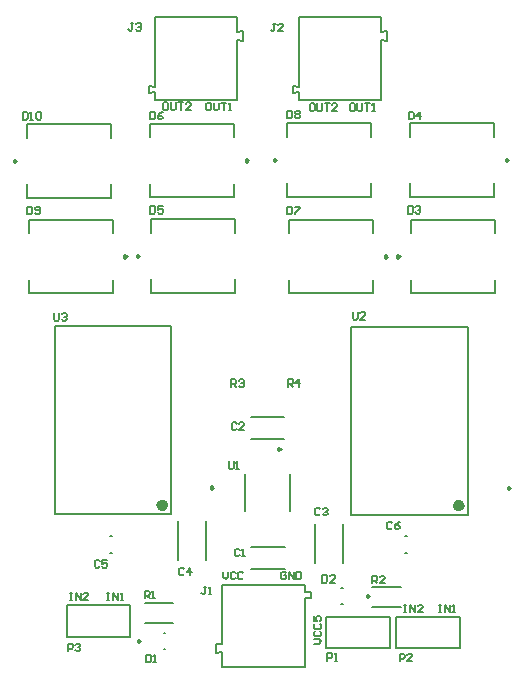
<source format=gto>
G04*
G04 #@! TF.GenerationSoftware,Altium Limited,Altium Designer,23.10.1 (27)*
G04*
G04 Layer_Color=65535*
%FSLAX25Y25*%
%MOIN*%
G70*
G04*
G04 #@! TF.SameCoordinates,BE9A1C7D-6EBF-47CB-866B-E429BD166B13*
G04*
G04*
G04 #@! TF.FilePolarity,Positive*
G04*
G01*
G75*
%ADD10C,0.00984*%
%ADD11C,0.01968*%
%ADD12C,0.00787*%
%ADD13C,0.00500*%
D10*
X93851Y173500D02*
X93113Y173926D01*
Y173074D01*
X93851Y173500D01*
X44001Y141400D02*
X43263Y141826D01*
Y140974D01*
X44001Y141400D01*
X124854Y28100D02*
X124115Y28526D01*
Y27674D01*
X124854Y28100D01*
X48431Y13200D02*
X47692Y13626D01*
Y12774D01*
X48431Y13200D01*
X171774Y64100D02*
X171036Y64526D01*
Y63674D01*
X171774Y64100D01*
X72874Y64300D02*
X72136Y64726D01*
Y63874D01*
X72874Y64300D01*
X171201Y173500D02*
X170463Y173926D01*
Y173074D01*
X171201Y173500D01*
X84533Y173400D02*
X83795Y173826D01*
Y172974D01*
X84533Y173400D01*
X7183Y173200D02*
X6445Y173626D01*
Y172774D01*
X7183Y173200D01*
X134984Y141400D02*
X134245Y141826D01*
Y140974D01*
X134984Y141400D01*
X130701Y141300D02*
X129963Y141726D01*
Y140874D01*
X130701Y141300D01*
X48283Y141500D02*
X47545Y141926D01*
Y141074D01*
X48283Y141500D01*
X95331Y77086D02*
X94592Y77513D01*
Y76660D01*
X95331Y77086D01*
D11*
X155713Y58254D02*
X155221Y59106D01*
X154237D01*
X153745Y58254D01*
X154237Y57401D01*
X155221D01*
X155713Y58254D01*
X56813Y58454D02*
X56321Y59306D01*
X55337D01*
X54845Y58454D01*
X55337Y57601D01*
X56321D01*
X56813Y58454D01*
D12*
X97572Y185744D02*
X125564D01*
Y161256D02*
Y165724D01*
Y181276D02*
Y185744D01*
X97572Y161256D02*
X125564D01*
X97572D02*
Y165724D01*
Y181276D02*
Y185744D01*
X39296Y129156D02*
Y133624D01*
Y149176D02*
Y153644D01*
X11304D02*
X39296D01*
X11304Y129156D02*
Y133624D01*
Y149176D02*
Y153644D01*
Y129156D02*
X39296D01*
X125894Y31270D02*
X135390D01*
X125894Y24530D02*
X135390D01*
X115405Y30757D02*
X115995D01*
X115405Y25442D02*
X115995D01*
X56305Y10543D02*
X56895D01*
X56305Y15857D02*
X56895D01*
X133909Y10705D02*
Y21295D01*
Y10705D02*
X155091D01*
Y21295D01*
X133909D02*
X155091D01*
X157682Y55301D02*
Y117899D01*
X118918D02*
X157682D01*
X118918Y55301D02*
Y117899D01*
Y55301D02*
X157682D01*
X136805Y48254D02*
X137395D01*
X136805Y42546D02*
X137395D01*
X38505Y48254D02*
X39095D01*
X38505Y42546D02*
X39095D01*
X20018Y55501D02*
X58782D01*
X20018D02*
Y118099D01*
X58782D01*
Y55501D02*
Y118099D01*
X73862Y12280D02*
X75836Y12006D01*
X75831Y12004D02*
Y31886D01*
X73862Y9137D02*
X75831Y9445D01*
X73862Y9137D02*
Y12280D01*
X103390Y4327D02*
Y27555D01*
Y29327D02*
Y31886D01*
X75831Y4327D02*
X103390D01*
X75831D02*
Y9445D01*
Y31886D02*
X103390D01*
X105358Y27358D02*
Y29524D01*
X103390Y29327D02*
X105359Y29520D01*
X103390Y27555D02*
X105359Y27362D01*
X24009Y14405D02*
Y24995D01*
Y14405D02*
X45191D01*
Y24995D01*
X24009D02*
X45191D01*
X166496Y161256D02*
Y165724D01*
Y181276D02*
Y185744D01*
X138504D02*
X166496D01*
X138504Y161256D02*
Y165724D01*
Y181276D02*
Y185744D01*
Y161256D02*
X166496D01*
X79828Y161156D02*
Y165624D01*
Y181176D02*
Y185644D01*
X51836D02*
X79828D01*
X51836Y161156D02*
Y165624D01*
Y181176D02*
Y185644D01*
Y161156D02*
X79828D01*
X10904Y185444D02*
X38896D01*
Y160956D02*
Y165424D01*
Y180976D02*
Y185444D01*
X10904Y160956D02*
X38896D01*
X10904D02*
Y165424D01*
Y180976D02*
Y185444D01*
X131791Y10705D02*
Y21295D01*
X110609D02*
X131791D01*
X110609Y10705D02*
Y21295D01*
Y10705D02*
X131791D01*
X50104Y25970D02*
X59601D01*
X50104Y19230D02*
X59601D01*
X61262Y40192D02*
Y53208D01*
X70538Y40192D02*
Y53208D01*
X116038Y39292D02*
Y52308D01*
X106762Y39292D02*
Y52308D01*
X138704Y149176D02*
Y153644D01*
Y129156D02*
Y133624D01*
Y129156D02*
X166696D01*
Y149176D02*
Y153644D01*
Y129156D02*
Y133624D01*
X138704Y153644D02*
X166696D01*
X125996Y129056D02*
Y133524D01*
Y149076D02*
Y153544D01*
X98004D02*
X125996D01*
X98004Y129056D02*
Y133524D01*
Y149076D02*
Y153544D01*
Y129056D02*
X125996D01*
X52004Y149276D02*
Y153744D01*
Y129256D02*
Y133724D01*
Y129256D02*
X79996D01*
Y149276D02*
Y153744D01*
Y129256D02*
Y133724D01*
X52004Y153744D02*
X79996D01*
X85605Y44367D02*
X96677D01*
X85605Y37233D02*
X96677D01*
X85464Y87767D02*
X96536D01*
X85464Y80633D02*
X96536D01*
X128885Y213494D02*
X130858Y213220D01*
X128890Y193614D02*
Y213496D01*
Y216055D02*
X130858Y216363D01*
Y213220D02*
Y216363D01*
X101331Y197945D02*
Y221173D01*
Y193614D02*
Y196173D01*
Y221173D02*
X128890D01*
Y216055D02*
Y221173D01*
X101331Y193614D02*
X128890D01*
X99362Y195976D02*
Y198142D01*
X99362Y195980D02*
X101331Y196173D01*
X99362Y198138D02*
X101331Y197945D01*
X80885Y213494D02*
X82858Y213220D01*
X80890Y193614D02*
Y213496D01*
Y216055D02*
X82858Y216363D01*
Y213220D02*
Y216363D01*
X53331Y197945D02*
Y221173D01*
Y193614D02*
Y196173D01*
Y221173D02*
X80890D01*
Y216055D02*
Y221173D01*
X53331Y193614D02*
X80890D01*
X51362Y195976D02*
Y198142D01*
X51362Y195980D02*
X53331Y196173D01*
X51362Y198138D02*
X53331Y197945D01*
X83598Y56598D02*
Y68802D01*
X98402Y56598D02*
Y68802D01*
D13*
X76200Y36299D02*
Y34633D01*
X77033Y33800D01*
X77866Y34633D01*
Y36299D01*
X80365Y35883D02*
X79949Y36299D01*
X79116D01*
X78699Y35883D01*
Y34216D01*
X79116Y33800D01*
X79949D01*
X80365Y34216D01*
X82864Y35883D02*
X82448Y36299D01*
X81615D01*
X81198Y35883D01*
Y34216D01*
X81615Y33800D01*
X82448D01*
X82864Y34216D01*
X106250Y192399D02*
X105417D01*
X105000Y191983D01*
Y190316D01*
X105417Y189900D01*
X106250D01*
X106666Y190316D01*
Y191983D01*
X106250Y192399D01*
X107499D02*
Y190316D01*
X107916Y189900D01*
X108749D01*
X109165Y190316D01*
Y192399D01*
X109998D02*
X111664D01*
X110831D01*
Y189900D01*
X114164D02*
X112498D01*
X114164Y191566D01*
Y191983D01*
X113747Y192399D01*
X112914D01*
X112498Y191983D01*
X119650Y192399D02*
X118816D01*
X118400Y191983D01*
Y190316D01*
X118816Y189900D01*
X119650D01*
X120066Y190316D01*
Y191983D01*
X119650Y192399D01*
X120899D02*
Y190316D01*
X121316Y189900D01*
X122149D01*
X122565Y190316D01*
Y192399D01*
X123398D02*
X125065D01*
X124231D01*
Y189900D01*
X125898D02*
X126731D01*
X126314D01*
Y192399D01*
X125898Y191983D01*
X57450Y192699D02*
X56616D01*
X56200Y192283D01*
Y190617D01*
X56616Y190200D01*
X57450D01*
X57866Y190617D01*
Y192283D01*
X57450Y192699D01*
X58699D02*
Y190617D01*
X59116Y190200D01*
X59949D01*
X60365Y190617D01*
Y192699D01*
X61198D02*
X62865D01*
X62031D01*
Y190200D01*
X65364D02*
X63698D01*
X65364Y191866D01*
Y192283D01*
X64947Y192699D01*
X64114D01*
X63698Y192283D01*
X71750Y192599D02*
X70916D01*
X70500Y192183D01*
Y190516D01*
X70916Y190100D01*
X71750D01*
X72166Y190516D01*
Y192183D01*
X71750Y192599D01*
X72999D02*
Y190516D01*
X73416Y190100D01*
X74249D01*
X74665Y190516D01*
Y192599D01*
X75498D02*
X77165D01*
X76331D01*
Y190100D01*
X77998D02*
X78831D01*
X78414D01*
Y192599D01*
X77998Y192183D01*
X97166Y35883D02*
X96750Y36299D01*
X95916D01*
X95500Y35883D01*
Y34216D01*
X95916Y33800D01*
X96750D01*
X97166Y34216D01*
Y35050D01*
X96333D01*
X97999Y33800D02*
Y36299D01*
X99665Y33800D01*
Y36299D01*
X100498D02*
Y33800D01*
X101748D01*
X102164Y34216D01*
Y35883D01*
X101748Y36299D01*
X100498D01*
X106301Y12200D02*
X107967D01*
X108800Y13033D01*
X107967Y13866D01*
X106301D01*
X106717Y16365D02*
X106301Y15949D01*
Y15116D01*
X106717Y14699D01*
X108384D01*
X108800Y15116D01*
Y15949D01*
X108384Y16365D01*
X106717Y18865D02*
X106301Y18448D01*
Y17615D01*
X106717Y17198D01*
X108384D01*
X108800Y17615D01*
Y18448D01*
X108384Y18865D01*
X106301Y21364D02*
Y19698D01*
X107550D01*
X107134Y20531D01*
Y20947D01*
X107550Y21364D01*
X108384D01*
X108800Y20947D01*
Y20114D01*
X108384Y19698D01*
X136400Y25199D02*
X137233D01*
X136817D01*
Y22700D01*
X136400D01*
X137233D01*
X138483D02*
Y25199D01*
X140149Y22700D01*
Y25199D01*
X142648Y22700D02*
X140982D01*
X142648Y24366D01*
Y24783D01*
X142231Y25199D01*
X141398D01*
X140982Y24783D01*
X148000Y25199D02*
X148833D01*
X148416D01*
Y22700D01*
X148000D01*
X148833D01*
X150083D02*
Y25199D01*
X151749Y22700D01*
Y25199D01*
X152582Y22700D02*
X153415D01*
X152998D01*
Y25199D01*
X152582Y24783D01*
X25000Y29199D02*
X25833D01*
X25416D01*
Y26700D01*
X25000D01*
X25833D01*
X27083D02*
Y29199D01*
X28749Y26700D01*
Y29199D01*
X31248Y26700D02*
X29582D01*
X31248Y28366D01*
Y28783D01*
X30832Y29199D01*
X29998D01*
X29582Y28783D01*
X37400Y29299D02*
X38233D01*
X37817D01*
Y26800D01*
X37400D01*
X38233D01*
X39483D02*
Y29299D01*
X41149Y26800D01*
Y29299D01*
X41982Y26800D02*
X42815D01*
X42398D01*
Y29299D01*
X41982Y28883D01*
X109283Y35150D02*
Y32650D01*
X110533D01*
X110950Y33067D01*
Y34733D01*
X110533Y35150D01*
X109283D01*
X113449Y32650D02*
X111783D01*
X113449Y34317D01*
Y34733D01*
X113032Y35150D01*
X112199D01*
X111783Y34733D01*
X50434Y8650D02*
Y6150D01*
X51683D01*
X52100Y6567D01*
Y8233D01*
X51683Y8650D01*
X50434D01*
X52933Y6150D02*
X53766D01*
X53350D01*
Y8650D01*
X52933Y8233D01*
X125859Y32350D02*
Y34850D01*
X127109D01*
X127526Y34433D01*
Y33600D01*
X127109Y33184D01*
X125859D01*
X126692D02*
X127526Y32350D01*
X130025D02*
X128359D01*
X130025Y34016D01*
Y34433D01*
X129608Y34850D01*
X128775D01*
X128359Y34433D01*
X49991Y27450D02*
Y29950D01*
X51240D01*
X51657Y29533D01*
Y28700D01*
X51240Y28284D01*
X49991D01*
X50824D02*
X51657Y27450D01*
X52490D02*
X53323D01*
X52906D01*
Y29950D01*
X52490Y29533D01*
X119317Y122750D02*
Y120667D01*
X119734Y120250D01*
X120567D01*
X120984Y120667D01*
Y122750D01*
X123483Y120250D02*
X121817D01*
X123483Y121916D01*
Y122333D01*
X123066Y122750D01*
X122233D01*
X121817Y122333D01*
X132483Y52533D02*
X132067Y52950D01*
X131234D01*
X130817Y52533D01*
Y50867D01*
X131234Y50450D01*
X132067D01*
X132483Y50867D01*
X134983Y52950D02*
X134150Y52533D01*
X133317Y51700D01*
Y50867D01*
X133733Y50450D01*
X134566D01*
X134983Y50867D01*
Y51284D01*
X134566Y51700D01*
X133317D01*
X34984Y39733D02*
X34567Y40150D01*
X33734D01*
X33317Y39733D01*
Y38067D01*
X33734Y37650D01*
X34567D01*
X34984Y38067D01*
X37483Y40150D02*
X35816D01*
Y38900D01*
X36650Y39316D01*
X37066D01*
X37483Y38900D01*
Y38067D01*
X37066Y37650D01*
X36233D01*
X35816Y38067D01*
X97617Y189950D02*
Y187450D01*
X98867D01*
X99283Y187867D01*
Y189533D01*
X98867Y189950D01*
X97617D01*
X100117Y189533D02*
X100533Y189950D01*
X101366D01*
X101783Y189533D01*
Y189117D01*
X101366Y188700D01*
X101783Y188284D01*
Y187867D01*
X101366Y187450D01*
X100533D01*
X100117Y187867D01*
Y188284D01*
X100533Y188700D01*
X100117Y189117D01*
Y189533D01*
X100533Y188700D02*
X101366D01*
X10917Y157950D02*
Y155450D01*
X12167D01*
X12584Y155867D01*
Y157533D01*
X12167Y157950D01*
X10917D01*
X13417Y155867D02*
X13833Y155450D01*
X14666D01*
X15083Y155867D01*
Y157533D01*
X14666Y157950D01*
X13833D01*
X13417Y157533D01*
Y157116D01*
X13833Y156700D01*
X15083D01*
X110934Y6650D02*
Y9150D01*
X112183D01*
X112600Y8733D01*
Y7900D01*
X112183Y7484D01*
X110934D01*
X113433Y6650D02*
X114266D01*
X113850D01*
Y9150D01*
X113433Y8733D01*
X78034Y73050D02*
Y70967D01*
X78450Y70550D01*
X79283D01*
X79700Y70967D01*
Y73050D01*
X80533Y70550D02*
X81366D01*
X80950D01*
Y73050D01*
X80533Y72633D01*
X78917Y97850D02*
Y100350D01*
X80167D01*
X80584Y99933D01*
Y99100D01*
X80167Y98684D01*
X78917D01*
X79750D02*
X80584Y97850D01*
X81416Y99933D02*
X81833Y100350D01*
X82666D01*
X83083Y99933D01*
Y99516D01*
X82666Y99100D01*
X82250D01*
X82666D01*
X83083Y98684D01*
Y98267D01*
X82666Y97850D01*
X81833D01*
X81416Y98267D01*
X19817Y122450D02*
Y120367D01*
X20234Y119950D01*
X21067D01*
X21484Y120367D01*
Y122450D01*
X22317Y122033D02*
X22733Y122450D01*
X23566D01*
X23983Y122033D01*
Y121616D01*
X23566Y121200D01*
X23150D01*
X23566D01*
X23983Y120783D01*
Y120367D01*
X23566Y119950D01*
X22733D01*
X22317Y120367D01*
X97717Y97950D02*
Y100450D01*
X98967D01*
X99383Y100033D01*
Y99200D01*
X98967Y98783D01*
X97717D01*
X98550D02*
X99383Y97950D01*
X101466D02*
Y100450D01*
X100216Y99200D01*
X101883D01*
X24417Y9750D02*
Y12250D01*
X25667D01*
X26083Y11833D01*
Y11000D01*
X25667Y10583D01*
X24417D01*
X26917Y11833D02*
X27333Y12250D01*
X28166D01*
X28583Y11833D01*
Y11417D01*
X28166Y11000D01*
X27750D01*
X28166D01*
X28583Y10583D01*
Y10167D01*
X28166Y9750D01*
X27333D01*
X26917Y10167D01*
X135017Y6450D02*
Y8950D01*
X136267D01*
X136683Y8533D01*
Y7700D01*
X136267Y7283D01*
X135017D01*
X139183Y6450D02*
X137516D01*
X139183Y8117D01*
Y8533D01*
X138766Y8950D01*
X137933D01*
X137516Y8533D01*
X46284Y219150D02*
X45450D01*
X45867D01*
Y217067D01*
X45450Y216650D01*
X45034D01*
X44617Y217067D01*
X47117Y218733D02*
X47533Y219150D01*
X48366D01*
X48783Y218733D01*
Y218317D01*
X48366Y217900D01*
X47950D01*
X48366D01*
X48783Y217483D01*
Y217067D01*
X48366Y216650D01*
X47533D01*
X47117Y217067D01*
X93683Y218950D02*
X92850D01*
X93267D01*
Y216867D01*
X92850Y216450D01*
X92434D01*
X92017Y216867D01*
X96183Y216450D02*
X94516D01*
X96183Y218116D01*
Y218533D01*
X95766Y218950D01*
X94933D01*
X94516Y218533D01*
X70600Y31250D02*
X69767D01*
X70183D01*
Y29167D01*
X69767Y28750D01*
X69350D01*
X68934Y29167D01*
X71433Y28750D02*
X72266D01*
X71850D01*
Y31250D01*
X71433Y30833D01*
X9376Y189450D02*
Y186950D01*
X10626D01*
X11042Y187367D01*
Y189033D01*
X10626Y189450D01*
X9376D01*
X11875Y186950D02*
X12708D01*
X12292D01*
Y189450D01*
X11875Y189033D01*
X13958D02*
X14374Y189450D01*
X15207D01*
X15624Y189033D01*
Y187367D01*
X15207Y186950D01*
X14374D01*
X13958Y187367D01*
Y189033D01*
X51817Y189550D02*
Y187050D01*
X53067D01*
X53483Y187467D01*
Y189133D01*
X53067Y189550D01*
X51817D01*
X55983D02*
X55150Y189133D01*
X54317Y188300D01*
Y187467D01*
X54733Y187050D01*
X55566D01*
X55983Y187467D01*
Y187883D01*
X55566Y188300D01*
X54317D01*
X51917Y158150D02*
Y155650D01*
X53167D01*
X53584Y156067D01*
Y157733D01*
X53167Y158150D01*
X51917D01*
X56083D02*
X54417D01*
Y156900D01*
X55250Y157317D01*
X55666D01*
X56083Y156900D01*
Y156067D01*
X55666Y155650D01*
X54833D01*
X54417Y156067D01*
X138017Y189550D02*
Y187050D01*
X139267D01*
X139683Y187467D01*
Y189133D01*
X139267Y189550D01*
X138017D01*
X141766Y187050D02*
Y189550D01*
X140516Y188300D01*
X142183D01*
X97617Y157850D02*
Y155350D01*
X98867D01*
X99283Y155767D01*
Y157433D01*
X98867Y157850D01*
X97617D01*
X100117D02*
X101783D01*
Y157433D01*
X100117Y155767D01*
Y155350D01*
X137717Y158150D02*
Y155650D01*
X138967D01*
X139383Y156067D01*
Y157733D01*
X138967Y158150D01*
X137717D01*
X140217Y157733D02*
X140633Y158150D01*
X141466D01*
X141883Y157733D01*
Y157317D01*
X141466Y156900D01*
X141050D01*
X141466D01*
X141883Y156483D01*
Y156067D01*
X141466Y155650D01*
X140633D01*
X140217Y156067D01*
X63183Y37133D02*
X62767Y37550D01*
X61934D01*
X61517Y37133D01*
Y35467D01*
X61934Y35050D01*
X62767D01*
X63183Y35467D01*
X65266Y35050D02*
Y37550D01*
X64016Y36300D01*
X65683D01*
X108484Y57133D02*
X108067Y57550D01*
X107234D01*
X106817Y57133D01*
Y55467D01*
X107234Y55050D01*
X108067D01*
X108484Y55467D01*
X109317Y57133D02*
X109733Y57550D01*
X110566D01*
X110983Y57133D01*
Y56717D01*
X110566Y56300D01*
X110150D01*
X110566D01*
X110983Y55884D01*
Y55467D01*
X110566Y55050D01*
X109733D01*
X109317Y55467D01*
X80683Y85633D02*
X80267Y86050D01*
X79434D01*
X79017Y85633D01*
Y83967D01*
X79434Y83550D01*
X80267D01*
X80683Y83967D01*
X83183Y83550D02*
X81516D01*
X83183Y85216D01*
Y85633D01*
X82766Y86050D01*
X81933D01*
X81516Y85633D01*
X81700Y43433D02*
X81283Y43850D01*
X80450D01*
X80034Y43433D01*
Y41767D01*
X80450Y41350D01*
X81283D01*
X81700Y41767D01*
X82533Y41350D02*
X83366D01*
X82950D01*
Y43850D01*
X82533Y43433D01*
M02*

</source>
